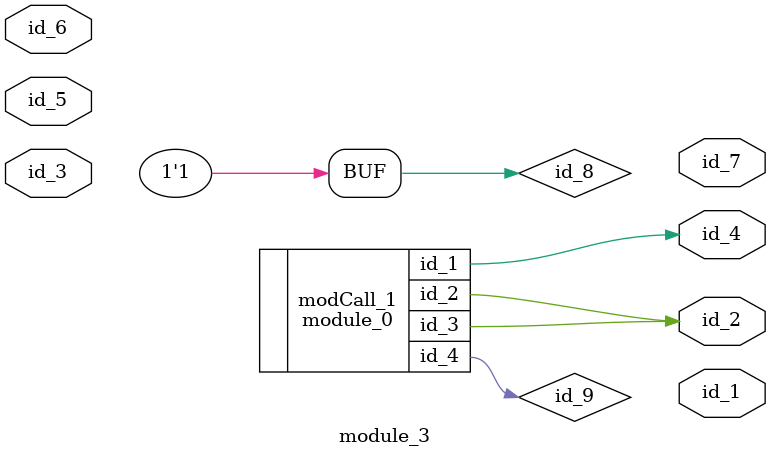
<source format=v>
module module_0 (
    id_1,
    id_2,
    id_3,
    id_4
);
  output wire id_4;
  output wire id_3;
  output wire id_2;
  output wire id_1;
endmodule
module module_1 (
    id_1,
    id_2,
    id_3
);
  input wire id_3;
  inout wire id_2;
  input wire id_1;
  assign id_2 = id_2;
  wire id_4;
  module_0 modCall_1 (
      id_4,
      id_4,
      id_4,
      id_4
  );
  wire id_5;
endmodule
module module_2;
  wire id_1;
  module_0 modCall_1 (
      id_1,
      id_1,
      id_1,
      id_1
  );
endmodule
module module_3 (
    id_1,
    id_2,
    id_3,
    id_4,
    id_5,
    id_6,
    id_7
);
  output wire id_7;
  inout wire id_6;
  input wire id_5;
  output wire id_4;
  inout wire id_3;
  output wire id_2;
  output wire id_1;
  tri  id_8 = 1;
  wire id_9;
  module_0 modCall_1 (
      id_4,
      id_2,
      id_2,
      id_9
  );
  assign id_3[1] = 1'h0;
  wire  id_10  ,  id_11  ,  id_12  ,  id_13  ,  id_14  ,  id_15  ,  id_16  ,  id_17  ,  id_18  ,  id_19  ,  id_20  ,  id_21  ,  id_22  ,  id_23  ,  id_24  ,  id_25  ,  id_26  ;
  wire id_27;
endmodule

</source>
